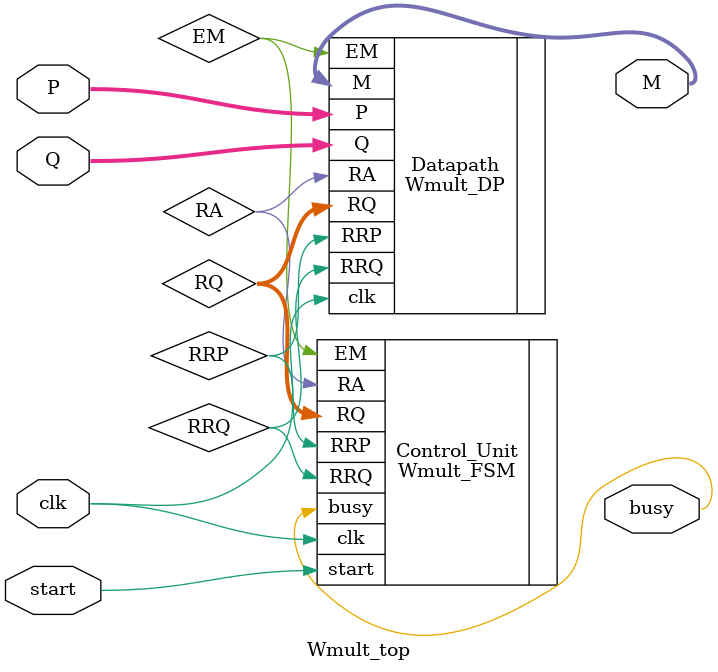
<source format=v>
`timescale 1ns / 1ps


module Wmult_top(
    input clk,
    input start,
    output busy,
    input [7:0] P,
    input [7:0] Q,
    output [15:0] M
    );
    
    wire EM, RA, RRQ, RRP;
    wire [7:0] RQ;
    
    Wmult_DP Datapath (
        .clk(clk),
        .P(P),
        .Q(Q),
        .M(M),
        .EM(EM),
        .RA(RA),
        .RRQ(RRQ),
        .RRP(RRP),
        .RQ(RQ)
        );

    Wmult_FSM Control_Unit (
            .clk(clk),
            .start(start),
            .RQ(RQ),
            .EM(EM),
            .RA(RA),
            .RRQ(RRQ),
            .RRP(RRP),
            .busy(busy)
            );
    
endmodule

</source>
